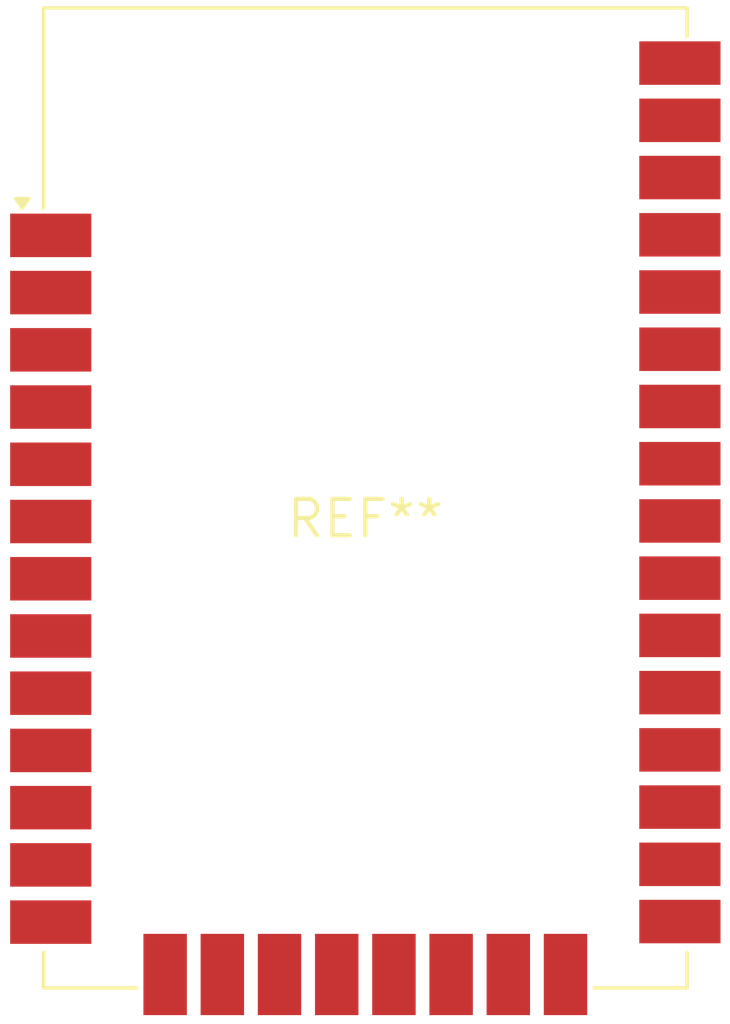
<source format=kicad_pcb>
(kicad_pcb (version 20240108) (generator pcbnew)
  (layers (0 "F.Cu" signal) (31 "B.Cu" signal) (34 "B.Paste" user) (35 "F.Paste" user) (36 "B.SilkS" user "B.Silkscreen") (37 "F.SilkS" user "F.Silkscreen") (38 "B.Mask" user) (39 "F.Mask" user) (44 "Edge.Cuts" user))
  (net 0 "")
  (footprint "Digi_XBee_SMT" (layer "F.Cu") (at 0 0)
    (property "Reference" "REF**")
    (property "Value" "Digi_XBee_SMT")
    (fp_line (start -11.25 -17.85) (end 11.25 -17.85) (layer "F.SilkS") (stroke (width 0.12)))
    (fp_line (start -11.25 -10.85) (end -11.25 -17.85) (layer "F.SilkS") (stroke (width 0.12)))
    (fp_line (start -11.25 15.15) (end -11.25 16.4) (layer "F.SilkS") (stroke (width 0.12)))
    (fp_line (start -11.25 16.4) (end -8 16.4) (layer "F.SilkS") (stroke (width 0.12)))
    (fp_line (start 8 16.4) (end 11.25 16.4) (layer "F.SilkS") (stroke (width 0.12)))
    (fp_line (start 11.25 -17.85) (end 11.25 -16.85) (layer "F.SilkS") (stroke (width 0.12)))
    (fp_line (start 11.25 16.4) (end 11.25 15.15) (layer "F.SilkS") (stroke (width 0.12)))
    (fp_poly (pts (xy -12 -10.85) (xy -12.24 -11.186) (xy -11.76 -11.186) (xy -12 -10.85)) (layer "F.SilkS") (stroke (width 0.12)) (fill solid))
    (pad "1" smd rect (at -11 -9.9) (size 2.84 1.52) (layers "F.Cu" "F.Paste" "F.Mask"))
    (pad "2" smd rect (at -11 -7.9) (size 2.84 1.52) (layers "F.Cu" "F.Paste" "F.Mask"))
    (pad "3" smd rect (at -11 -5.9) (size 2.84 1.52) (layers "F.Cu" "F.Paste" "F.Mask"))
    (pad "4" smd rect (at -11 -3.9) (size 2.84 1.52) (layers "F.Cu" "F.Paste" "F.Mask"))
    (pad "5" smd rect (at -11 -1.9) (size 2.84 1.52) (layers "F.Cu" "F.Paste" "F.Mask"))
    (pad "6" smd rect (at -11 0.1) (size 2.84 1.52) (layers "F.Cu" "F.Paste" "F.Mask"))
    (pad "7" smd rect (at -11 2.1) (size 2.84 1.52) (layers "F.Cu" "F.Paste" "F.Mask"))
    (pad "8" smd rect (at -11 4.1) (size 2.84 1.52) (layers "F.Cu" "F.Paste" "F.Mask"))
    (pad "9" smd rect (at -11 6.1) (size 2.84 1.52) (layers "F.Cu" "F.Paste" "F.Mask"))
    (pad "10" smd rect (at -11 8.1) (size 2.84 1.52) (layers "F.Cu" "F.Paste" "F.Mask"))
    (pad "11" smd rect (at -11 10.1) (size 2.84 1.52) (layers "F.Cu" "F.Paste" "F.Mask"))
    (pad "12" smd rect (at -11 12.1) (size 2.84 1.52) (layers "F.Cu" "F.Paste" "F.Mask"))
    (pad "13" smd rect (at -11 14.1) (size 2.84 1.52) (layers "F.Cu" "F.Paste" "F.Mask"))
    (pad "14" smd rect (at -7 15.93 90) (size 2.84 1.52) (layers "F.Cu" "F.Paste" "F.Mask"))
    (pad "15" smd rect (at -5 15.93 90) (size 2.84 1.52) (layers "F.Cu" "F.Paste" "F.Mask"))
    (pad "16" smd rect (at -3 15.93 90) (size 2.84 1.52) (layers "F.Cu" "F.Paste" "F.Mask"))
    (pad "17" smd rect (at -1 15.93 90) (size 2.84 1.52) (layers "F.Cu" "F.Paste" "F.Mask"))
    (pad "18" smd rect (at 1 15.93 90) (size 2.84 1.52) (layers "F.Cu" "F.Paste" "F.Mask"))
    (pad "19" smd rect (at 3 15.93 90) (size 2.84 1.52) (layers "F.Cu" "F.Paste" "F.Mask"))
    (pad "20" smd rect (at 5 15.93 90) (size 2.84 1.52) (layers "F.Cu" "F.Paste" "F.Mask"))
    (pad "21" smd rect (at 7 15.93 90) (size 2.84 1.52) (layers "F.Cu" "F.Paste" "F.Mask"))
    (pad "22" smd rect (at 11 14.08) (size 2.84 1.52) (layers "F.Cu" "F.Paste" "F.Mask"))
    (pad "23" smd rect (at 11 12.08) (size 2.84 1.52) (layers "F.Cu" "F.Paste" "F.Mask"))
    (pad "24" smd rect (at 11 10.08) (size 2.84 1.52) (layers "F.Cu" "F.Paste" "F.Mask"))
    (pad "25" smd rect (at 11 8.08) (size 2.84 1.52) (layers "F.Cu" "F.Paste" "F.Mask"))
    (pad "26" smd rect (at 11 6.08) (size 2.84 1.52) (layers "F.Cu" "F.Paste" "F.Mask"))
    (pad "27" smd rect (at 11 4.08) (size 2.84 1.52) (layers "F.Cu" "F.Paste" "F.Mask"))
    (pad "28" smd rect (at 11 2.08) (size 2.84 1.52) (layers "F.Cu" "F.Paste" "F.Mask"))
    (pad "29" smd rect (at 11 0.08) (size 2.84 1.52) (layers "F.Cu" "F.Paste" "F.Mask"))
    (pad "30" smd rect (at 11 -1.92) (size 2.84 1.52) (layers "F.Cu" "F.Paste" "F.Mask"))
    (pad "31" smd rect (at 11 -3.92) (size 2.84 1.52) (layers "F.Cu" "F.Paste" "F.Mask"))
    (pad "32" smd rect (at 11 -5.92) (size 2.84 1.52) (layers "F.Cu" "F.Paste" "F.Mask"))
    (pad "33" smd rect (at 11 -7.92) (size 2.84 1.52) (layers "F.Cu" "F.Paste" "F.Mask"))
    (pad "34" smd rect (at 11 -9.92) (size 2.84 1.52) (layers "F.Cu" "F.Paste" "F.Mask"))
    (pad "35" smd rect (at 11 -11.92) (size 2.84 1.52) (layers "F.Cu" "F.Paste" "F.Mask"))
    (pad "36" smd rect (at 11 -13.92) (size 2.84 1.52) (layers "F.Cu" "F.Paste" "F.Mask"))
    (pad "37" smd rect (at 11 -15.92) (size 2.84 1.52) (layers "F.Cu" "F.Paste" "F.Mask"))
  )
)
</source>
